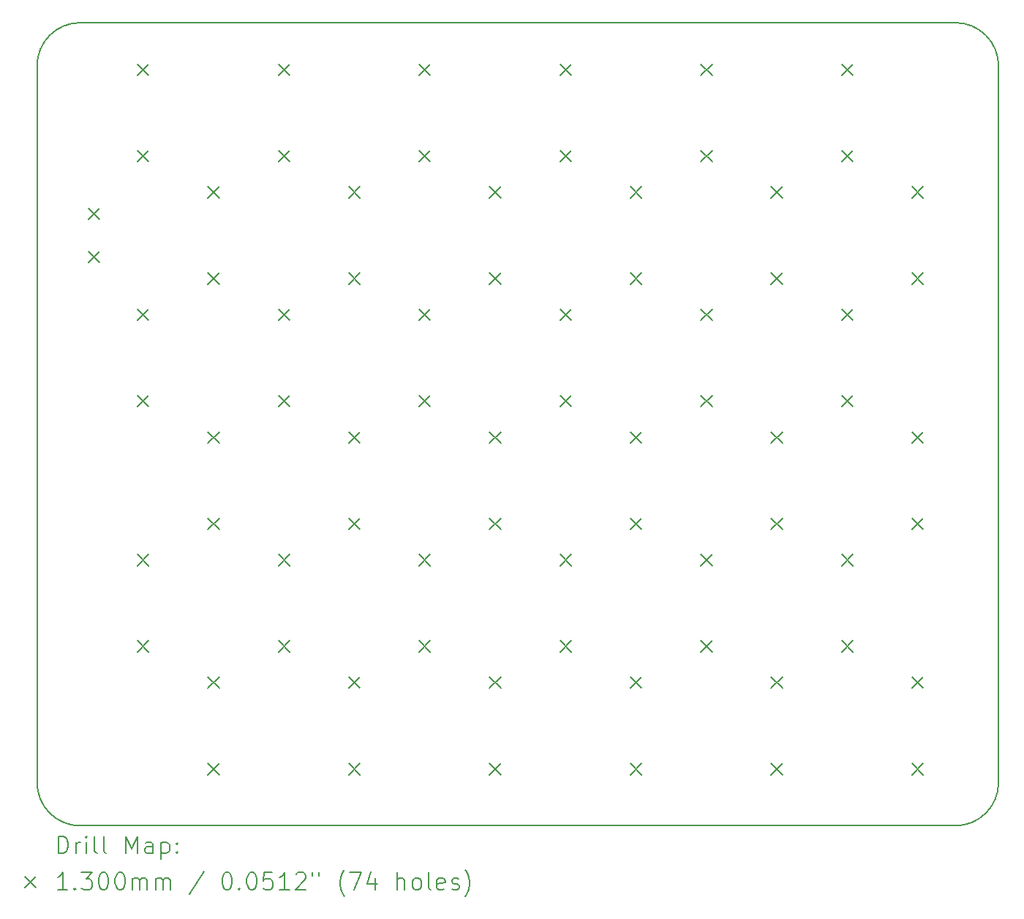
<source format=gbr>
%TF.GenerationSoftware,KiCad,Pcbnew,(6.0.11)*%
%TF.CreationDate,2023-03-09T13:00:19+01:00*%
%TF.ProjectId,ultrasonic array,756c7472-6173-46f6-9e69-632061727261,rev?*%
%TF.SameCoordinates,Original*%
%TF.FileFunction,Drillmap*%
%TF.FilePolarity,Positive*%
%FSLAX45Y45*%
G04 Gerber Fmt 4.5, Leading zero omitted, Abs format (unit mm)*
G04 Created by KiCad (PCBNEW (6.0.11)) date 2023-03-09 13:00:19*
%MOMM*%
%LPD*%
G01*
G04 APERTURE LIST*
%ADD10C,0.200000*%
%ADD11C,0.130000*%
G04 APERTURE END LIST*
D10*
X20891425Y-4456544D02*
X20891425Y-4456544D01*
G75*
G02*
X21391425Y-4956544I5J-499996D01*
G01*
X21391425Y-13256544D01*
G75*
G02*
X20891425Y-13756544I-499995J4D01*
G01*
X10761425Y-13756544D01*
G75*
G02*
X10261425Y-13256544I-5J500004D01*
G01*
X10261425Y-4956544D01*
G75*
G02*
X10761425Y-4456544I500000J0D01*
G01*
X20891425Y-4456544D01*
D11*
X10855921Y-6605153D02*
X10985921Y-6735153D01*
X10985921Y-6605153D02*
X10855921Y-6735153D01*
X10855921Y-7105153D02*
X10985921Y-7235153D01*
X10985921Y-7105153D02*
X10855921Y-7235153D01*
X11425000Y-4935000D02*
X11555000Y-5065000D01*
X11555000Y-4935000D02*
X11425000Y-5065000D01*
X11425000Y-5935000D02*
X11555000Y-6065000D01*
X11555000Y-5935000D02*
X11425000Y-6065000D01*
X11425000Y-7775000D02*
X11555000Y-7905000D01*
X11555000Y-7775000D02*
X11425000Y-7905000D01*
X11425000Y-8775000D02*
X11555000Y-8905000D01*
X11555000Y-8775000D02*
X11425000Y-8905000D01*
X11425000Y-10615000D02*
X11555000Y-10745000D01*
X11555000Y-10615000D02*
X11425000Y-10745000D01*
X11425000Y-11615000D02*
X11555000Y-11745000D01*
X11555000Y-11615000D02*
X11425000Y-11745000D01*
X12240000Y-6355000D02*
X12370000Y-6485000D01*
X12370000Y-6355000D02*
X12240000Y-6485000D01*
X12240000Y-7355000D02*
X12370000Y-7485000D01*
X12370000Y-7355000D02*
X12240000Y-7485000D01*
X12240000Y-9195000D02*
X12370000Y-9325000D01*
X12370000Y-9195000D02*
X12240000Y-9325000D01*
X12240000Y-10195000D02*
X12370000Y-10325000D01*
X12370000Y-10195000D02*
X12240000Y-10325000D01*
X12240000Y-12035000D02*
X12370000Y-12165000D01*
X12370000Y-12035000D02*
X12240000Y-12165000D01*
X12240000Y-13035000D02*
X12370000Y-13165000D01*
X12370000Y-13035000D02*
X12240000Y-13165000D01*
X13055000Y-4935000D02*
X13185000Y-5065000D01*
X13185000Y-4935000D02*
X13055000Y-5065000D01*
X13055000Y-5935000D02*
X13185000Y-6065000D01*
X13185000Y-5935000D02*
X13055000Y-6065000D01*
X13055000Y-7775000D02*
X13185000Y-7905000D01*
X13185000Y-7775000D02*
X13055000Y-7905000D01*
X13055000Y-8775000D02*
X13185000Y-8905000D01*
X13185000Y-8775000D02*
X13055000Y-8905000D01*
X13055000Y-10615000D02*
X13185000Y-10745000D01*
X13185000Y-10615000D02*
X13055000Y-10745000D01*
X13055000Y-11615000D02*
X13185000Y-11745000D01*
X13185000Y-11615000D02*
X13055000Y-11745000D01*
X13870000Y-6355000D02*
X14000000Y-6485000D01*
X14000000Y-6355000D02*
X13870000Y-6485000D01*
X13870000Y-7355000D02*
X14000000Y-7485000D01*
X14000000Y-7355000D02*
X13870000Y-7485000D01*
X13870000Y-9195000D02*
X14000000Y-9325000D01*
X14000000Y-9195000D02*
X13870000Y-9325000D01*
X13870000Y-10195000D02*
X14000000Y-10325000D01*
X14000000Y-10195000D02*
X13870000Y-10325000D01*
X13870000Y-12035000D02*
X14000000Y-12165000D01*
X14000000Y-12035000D02*
X13870000Y-12165000D01*
X13870000Y-13035000D02*
X14000000Y-13165000D01*
X14000000Y-13035000D02*
X13870000Y-13165000D01*
X14685000Y-4935000D02*
X14815000Y-5065000D01*
X14815000Y-4935000D02*
X14685000Y-5065000D01*
X14685000Y-5935000D02*
X14815000Y-6065000D01*
X14815000Y-5935000D02*
X14685000Y-6065000D01*
X14685000Y-7775000D02*
X14815000Y-7905000D01*
X14815000Y-7775000D02*
X14685000Y-7905000D01*
X14685000Y-8775000D02*
X14815000Y-8905000D01*
X14815000Y-8775000D02*
X14685000Y-8905000D01*
X14685000Y-10615000D02*
X14815000Y-10745000D01*
X14815000Y-10615000D02*
X14685000Y-10745000D01*
X14685000Y-11615000D02*
X14815000Y-11745000D01*
X14815000Y-11615000D02*
X14685000Y-11745000D01*
X15500000Y-6355000D02*
X15630000Y-6485000D01*
X15630000Y-6355000D02*
X15500000Y-6485000D01*
X15500000Y-7355000D02*
X15630000Y-7485000D01*
X15630000Y-7355000D02*
X15500000Y-7485000D01*
X15500000Y-9195000D02*
X15630000Y-9325000D01*
X15630000Y-9195000D02*
X15500000Y-9325000D01*
X15500000Y-10195000D02*
X15630000Y-10325000D01*
X15630000Y-10195000D02*
X15500000Y-10325000D01*
X15500000Y-12035000D02*
X15630000Y-12165000D01*
X15630000Y-12035000D02*
X15500000Y-12165000D01*
X15500000Y-13035000D02*
X15630000Y-13165000D01*
X15630000Y-13035000D02*
X15500000Y-13165000D01*
X16315000Y-4935000D02*
X16445000Y-5065000D01*
X16445000Y-4935000D02*
X16315000Y-5065000D01*
X16315000Y-5935000D02*
X16445000Y-6065000D01*
X16445000Y-5935000D02*
X16315000Y-6065000D01*
X16315000Y-7775000D02*
X16445000Y-7905000D01*
X16445000Y-7775000D02*
X16315000Y-7905000D01*
X16315000Y-8775000D02*
X16445000Y-8905000D01*
X16445000Y-8775000D02*
X16315000Y-8905000D01*
X16315000Y-10615000D02*
X16445000Y-10745000D01*
X16445000Y-10615000D02*
X16315000Y-10745000D01*
X16315000Y-11615000D02*
X16445000Y-11745000D01*
X16445000Y-11615000D02*
X16315000Y-11745000D01*
X17130000Y-6355000D02*
X17260000Y-6485000D01*
X17260000Y-6355000D02*
X17130000Y-6485000D01*
X17130000Y-7355000D02*
X17260000Y-7485000D01*
X17260000Y-7355000D02*
X17130000Y-7485000D01*
X17130000Y-9195000D02*
X17260000Y-9325000D01*
X17260000Y-9195000D02*
X17130000Y-9325000D01*
X17130000Y-10195000D02*
X17260000Y-10325000D01*
X17260000Y-10195000D02*
X17130000Y-10325000D01*
X17130000Y-12035000D02*
X17260000Y-12165000D01*
X17260000Y-12035000D02*
X17130000Y-12165000D01*
X17130000Y-13035000D02*
X17260000Y-13165000D01*
X17260000Y-13035000D02*
X17130000Y-13165000D01*
X17945000Y-4935000D02*
X18075000Y-5065000D01*
X18075000Y-4935000D02*
X17945000Y-5065000D01*
X17945000Y-5935000D02*
X18075000Y-6065000D01*
X18075000Y-5935000D02*
X17945000Y-6065000D01*
X17945000Y-7775000D02*
X18075000Y-7905000D01*
X18075000Y-7775000D02*
X17945000Y-7905000D01*
X17945000Y-8775000D02*
X18075000Y-8905000D01*
X18075000Y-8775000D02*
X17945000Y-8905000D01*
X17945000Y-10615000D02*
X18075000Y-10745000D01*
X18075000Y-10615000D02*
X17945000Y-10745000D01*
X17945000Y-11615000D02*
X18075000Y-11745000D01*
X18075000Y-11615000D02*
X17945000Y-11745000D01*
X18760000Y-6355000D02*
X18890000Y-6485000D01*
X18890000Y-6355000D02*
X18760000Y-6485000D01*
X18760000Y-7355000D02*
X18890000Y-7485000D01*
X18890000Y-7355000D02*
X18760000Y-7485000D01*
X18760000Y-9195000D02*
X18890000Y-9325000D01*
X18890000Y-9195000D02*
X18760000Y-9325000D01*
X18760000Y-10195000D02*
X18890000Y-10325000D01*
X18890000Y-10195000D02*
X18760000Y-10325000D01*
X18760000Y-12035000D02*
X18890000Y-12165000D01*
X18890000Y-12035000D02*
X18760000Y-12165000D01*
X18760000Y-13035000D02*
X18890000Y-13165000D01*
X18890000Y-13035000D02*
X18760000Y-13165000D01*
X19575000Y-4935000D02*
X19705000Y-5065000D01*
X19705000Y-4935000D02*
X19575000Y-5065000D01*
X19575000Y-5935000D02*
X19705000Y-6065000D01*
X19705000Y-5935000D02*
X19575000Y-6065000D01*
X19575000Y-7775000D02*
X19705000Y-7905000D01*
X19705000Y-7775000D02*
X19575000Y-7905000D01*
X19575000Y-8775000D02*
X19705000Y-8905000D01*
X19705000Y-8775000D02*
X19575000Y-8905000D01*
X19575000Y-10615000D02*
X19705000Y-10745000D01*
X19705000Y-10615000D02*
X19575000Y-10745000D01*
X19575000Y-11615000D02*
X19705000Y-11745000D01*
X19705000Y-11615000D02*
X19575000Y-11745000D01*
X20390000Y-6355000D02*
X20520000Y-6485000D01*
X20520000Y-6355000D02*
X20390000Y-6485000D01*
X20390000Y-7355000D02*
X20520000Y-7485000D01*
X20520000Y-7355000D02*
X20390000Y-7485000D01*
X20390000Y-9195000D02*
X20520000Y-9325000D01*
X20520000Y-9195000D02*
X20390000Y-9325000D01*
X20390000Y-10195000D02*
X20520000Y-10325000D01*
X20520000Y-10195000D02*
X20390000Y-10325000D01*
X20390000Y-12035000D02*
X20520000Y-12165000D01*
X20520000Y-12035000D02*
X20390000Y-12165000D01*
X20390000Y-13035000D02*
X20520000Y-13165000D01*
X20520000Y-13035000D02*
X20390000Y-13165000D01*
D10*
X10509044Y-14077020D02*
X10509044Y-13877020D01*
X10556663Y-13877020D01*
X10585235Y-13886544D01*
X10604282Y-13905592D01*
X10613806Y-13924639D01*
X10623330Y-13962734D01*
X10623330Y-13991306D01*
X10613806Y-14029401D01*
X10604282Y-14048449D01*
X10585235Y-14067496D01*
X10556663Y-14077020D01*
X10509044Y-14077020D01*
X10709044Y-14077020D02*
X10709044Y-13943687D01*
X10709044Y-13981782D02*
X10718568Y-13962734D01*
X10728092Y-13953211D01*
X10747139Y-13943687D01*
X10766187Y-13943687D01*
X10832854Y-14077020D02*
X10832854Y-13943687D01*
X10832854Y-13877020D02*
X10823330Y-13886544D01*
X10832854Y-13896068D01*
X10842377Y-13886544D01*
X10832854Y-13877020D01*
X10832854Y-13896068D01*
X10956663Y-14077020D02*
X10937615Y-14067496D01*
X10928092Y-14048449D01*
X10928092Y-13877020D01*
X11061425Y-14077020D02*
X11042377Y-14067496D01*
X11032854Y-14048449D01*
X11032854Y-13877020D01*
X11289996Y-14077020D02*
X11289996Y-13877020D01*
X11356663Y-14019877D01*
X11423330Y-13877020D01*
X11423330Y-14077020D01*
X11604282Y-14077020D02*
X11604282Y-13972258D01*
X11594758Y-13953211D01*
X11575711Y-13943687D01*
X11537615Y-13943687D01*
X11518568Y-13953211D01*
X11604282Y-14067496D02*
X11585234Y-14077020D01*
X11537615Y-14077020D01*
X11518568Y-14067496D01*
X11509044Y-14048449D01*
X11509044Y-14029401D01*
X11518568Y-14010354D01*
X11537615Y-14000830D01*
X11585234Y-14000830D01*
X11604282Y-13991306D01*
X11699520Y-13943687D02*
X11699520Y-14143687D01*
X11699520Y-13953211D02*
X11718568Y-13943687D01*
X11756663Y-13943687D01*
X11775711Y-13953211D01*
X11785234Y-13962734D01*
X11794758Y-13981782D01*
X11794758Y-14038925D01*
X11785234Y-14057973D01*
X11775711Y-14067496D01*
X11756663Y-14077020D01*
X11718568Y-14077020D01*
X11699520Y-14067496D01*
X11880473Y-14057973D02*
X11889996Y-14067496D01*
X11880473Y-14077020D01*
X11870949Y-14067496D01*
X11880473Y-14057973D01*
X11880473Y-14077020D01*
X11880473Y-13953211D02*
X11889996Y-13962734D01*
X11880473Y-13972258D01*
X11870949Y-13962734D01*
X11880473Y-13953211D01*
X11880473Y-13972258D01*
D11*
X10121425Y-14341544D02*
X10251425Y-14471544D01*
X10251425Y-14341544D02*
X10121425Y-14471544D01*
D10*
X10613806Y-14497020D02*
X10499520Y-14497020D01*
X10556663Y-14497020D02*
X10556663Y-14297020D01*
X10537615Y-14325592D01*
X10518568Y-14344639D01*
X10499520Y-14354163D01*
X10699520Y-14477973D02*
X10709044Y-14487496D01*
X10699520Y-14497020D01*
X10689996Y-14487496D01*
X10699520Y-14477973D01*
X10699520Y-14497020D01*
X10775711Y-14297020D02*
X10899520Y-14297020D01*
X10832854Y-14373211D01*
X10861425Y-14373211D01*
X10880473Y-14382734D01*
X10889996Y-14392258D01*
X10899520Y-14411306D01*
X10899520Y-14458925D01*
X10889996Y-14477973D01*
X10880473Y-14487496D01*
X10861425Y-14497020D01*
X10804282Y-14497020D01*
X10785235Y-14487496D01*
X10775711Y-14477973D01*
X11023330Y-14297020D02*
X11042377Y-14297020D01*
X11061425Y-14306544D01*
X11070949Y-14316068D01*
X11080473Y-14335115D01*
X11089996Y-14373211D01*
X11089996Y-14420830D01*
X11080473Y-14458925D01*
X11070949Y-14477973D01*
X11061425Y-14487496D01*
X11042377Y-14497020D01*
X11023330Y-14497020D01*
X11004282Y-14487496D01*
X10994758Y-14477973D01*
X10985235Y-14458925D01*
X10975711Y-14420830D01*
X10975711Y-14373211D01*
X10985235Y-14335115D01*
X10994758Y-14316068D01*
X11004282Y-14306544D01*
X11023330Y-14297020D01*
X11213806Y-14297020D02*
X11232853Y-14297020D01*
X11251901Y-14306544D01*
X11261425Y-14316068D01*
X11270949Y-14335115D01*
X11280473Y-14373211D01*
X11280473Y-14420830D01*
X11270949Y-14458925D01*
X11261425Y-14477973D01*
X11251901Y-14487496D01*
X11232853Y-14497020D01*
X11213806Y-14497020D01*
X11194758Y-14487496D01*
X11185234Y-14477973D01*
X11175711Y-14458925D01*
X11166187Y-14420830D01*
X11166187Y-14373211D01*
X11175711Y-14335115D01*
X11185234Y-14316068D01*
X11194758Y-14306544D01*
X11213806Y-14297020D01*
X11366187Y-14497020D02*
X11366187Y-14363687D01*
X11366187Y-14382734D02*
X11375711Y-14373211D01*
X11394758Y-14363687D01*
X11423330Y-14363687D01*
X11442377Y-14373211D01*
X11451901Y-14392258D01*
X11451901Y-14497020D01*
X11451901Y-14392258D02*
X11461425Y-14373211D01*
X11480473Y-14363687D01*
X11509044Y-14363687D01*
X11528092Y-14373211D01*
X11537615Y-14392258D01*
X11537615Y-14497020D01*
X11632853Y-14497020D02*
X11632853Y-14363687D01*
X11632853Y-14382734D02*
X11642377Y-14373211D01*
X11661425Y-14363687D01*
X11689996Y-14363687D01*
X11709044Y-14373211D01*
X11718568Y-14392258D01*
X11718568Y-14497020D01*
X11718568Y-14392258D02*
X11728092Y-14373211D01*
X11747139Y-14363687D01*
X11775711Y-14363687D01*
X11794758Y-14373211D01*
X11804282Y-14392258D01*
X11804282Y-14497020D01*
X12194758Y-14287496D02*
X12023330Y-14544639D01*
X12451901Y-14297020D02*
X12470949Y-14297020D01*
X12489996Y-14306544D01*
X12499520Y-14316068D01*
X12509044Y-14335115D01*
X12518568Y-14373211D01*
X12518568Y-14420830D01*
X12509044Y-14458925D01*
X12499520Y-14477973D01*
X12489996Y-14487496D01*
X12470949Y-14497020D01*
X12451901Y-14497020D01*
X12432853Y-14487496D01*
X12423330Y-14477973D01*
X12413806Y-14458925D01*
X12404282Y-14420830D01*
X12404282Y-14373211D01*
X12413806Y-14335115D01*
X12423330Y-14316068D01*
X12432853Y-14306544D01*
X12451901Y-14297020D01*
X12604282Y-14477973D02*
X12613806Y-14487496D01*
X12604282Y-14497020D01*
X12594758Y-14487496D01*
X12604282Y-14477973D01*
X12604282Y-14497020D01*
X12737615Y-14297020D02*
X12756663Y-14297020D01*
X12775711Y-14306544D01*
X12785234Y-14316068D01*
X12794758Y-14335115D01*
X12804282Y-14373211D01*
X12804282Y-14420830D01*
X12794758Y-14458925D01*
X12785234Y-14477973D01*
X12775711Y-14487496D01*
X12756663Y-14497020D01*
X12737615Y-14497020D01*
X12718568Y-14487496D01*
X12709044Y-14477973D01*
X12699520Y-14458925D01*
X12689996Y-14420830D01*
X12689996Y-14373211D01*
X12699520Y-14335115D01*
X12709044Y-14316068D01*
X12718568Y-14306544D01*
X12737615Y-14297020D01*
X12985234Y-14297020D02*
X12889996Y-14297020D01*
X12880473Y-14392258D01*
X12889996Y-14382734D01*
X12909044Y-14373211D01*
X12956663Y-14373211D01*
X12975711Y-14382734D01*
X12985234Y-14392258D01*
X12994758Y-14411306D01*
X12994758Y-14458925D01*
X12985234Y-14477973D01*
X12975711Y-14487496D01*
X12956663Y-14497020D01*
X12909044Y-14497020D01*
X12889996Y-14487496D01*
X12880473Y-14477973D01*
X13185234Y-14497020D02*
X13070949Y-14497020D01*
X13128092Y-14497020D02*
X13128092Y-14297020D01*
X13109044Y-14325592D01*
X13089996Y-14344639D01*
X13070949Y-14354163D01*
X13261425Y-14316068D02*
X13270949Y-14306544D01*
X13289996Y-14297020D01*
X13337615Y-14297020D01*
X13356663Y-14306544D01*
X13366187Y-14316068D01*
X13375711Y-14335115D01*
X13375711Y-14354163D01*
X13366187Y-14382734D01*
X13251901Y-14497020D01*
X13375711Y-14497020D01*
X13451901Y-14297020D02*
X13451901Y-14335115D01*
X13528092Y-14297020D02*
X13528092Y-14335115D01*
X13823330Y-14573211D02*
X13813806Y-14563687D01*
X13794758Y-14535115D01*
X13785234Y-14516068D01*
X13775711Y-14487496D01*
X13766187Y-14439877D01*
X13766187Y-14401782D01*
X13775711Y-14354163D01*
X13785234Y-14325592D01*
X13794758Y-14306544D01*
X13813806Y-14277973D01*
X13823330Y-14268449D01*
X13880473Y-14297020D02*
X14013806Y-14297020D01*
X13928092Y-14497020D01*
X14175711Y-14363687D02*
X14175711Y-14497020D01*
X14128092Y-14287496D02*
X14080473Y-14430354D01*
X14204282Y-14430354D01*
X14432853Y-14497020D02*
X14432853Y-14297020D01*
X14518568Y-14497020D02*
X14518568Y-14392258D01*
X14509044Y-14373211D01*
X14489996Y-14363687D01*
X14461425Y-14363687D01*
X14442377Y-14373211D01*
X14432853Y-14382734D01*
X14642377Y-14497020D02*
X14623330Y-14487496D01*
X14613806Y-14477973D01*
X14604282Y-14458925D01*
X14604282Y-14401782D01*
X14613806Y-14382734D01*
X14623330Y-14373211D01*
X14642377Y-14363687D01*
X14670949Y-14363687D01*
X14689996Y-14373211D01*
X14699520Y-14382734D01*
X14709044Y-14401782D01*
X14709044Y-14458925D01*
X14699520Y-14477973D01*
X14689996Y-14487496D01*
X14670949Y-14497020D01*
X14642377Y-14497020D01*
X14823330Y-14497020D02*
X14804282Y-14487496D01*
X14794758Y-14468449D01*
X14794758Y-14297020D01*
X14975711Y-14487496D02*
X14956663Y-14497020D01*
X14918568Y-14497020D01*
X14899520Y-14487496D01*
X14889996Y-14468449D01*
X14889996Y-14392258D01*
X14899520Y-14373211D01*
X14918568Y-14363687D01*
X14956663Y-14363687D01*
X14975711Y-14373211D01*
X14985234Y-14392258D01*
X14985234Y-14411306D01*
X14889996Y-14430354D01*
X15061425Y-14487496D02*
X15080473Y-14497020D01*
X15118568Y-14497020D01*
X15137615Y-14487496D01*
X15147139Y-14468449D01*
X15147139Y-14458925D01*
X15137615Y-14439877D01*
X15118568Y-14430354D01*
X15089996Y-14430354D01*
X15070949Y-14420830D01*
X15061425Y-14401782D01*
X15061425Y-14392258D01*
X15070949Y-14373211D01*
X15089996Y-14363687D01*
X15118568Y-14363687D01*
X15137615Y-14373211D01*
X15213806Y-14573211D02*
X15223330Y-14563687D01*
X15242377Y-14535115D01*
X15251901Y-14516068D01*
X15261425Y-14487496D01*
X15270949Y-14439877D01*
X15270949Y-14401782D01*
X15261425Y-14354163D01*
X15251901Y-14325592D01*
X15242377Y-14306544D01*
X15223330Y-14277973D01*
X15213806Y-14268449D01*
M02*

</source>
